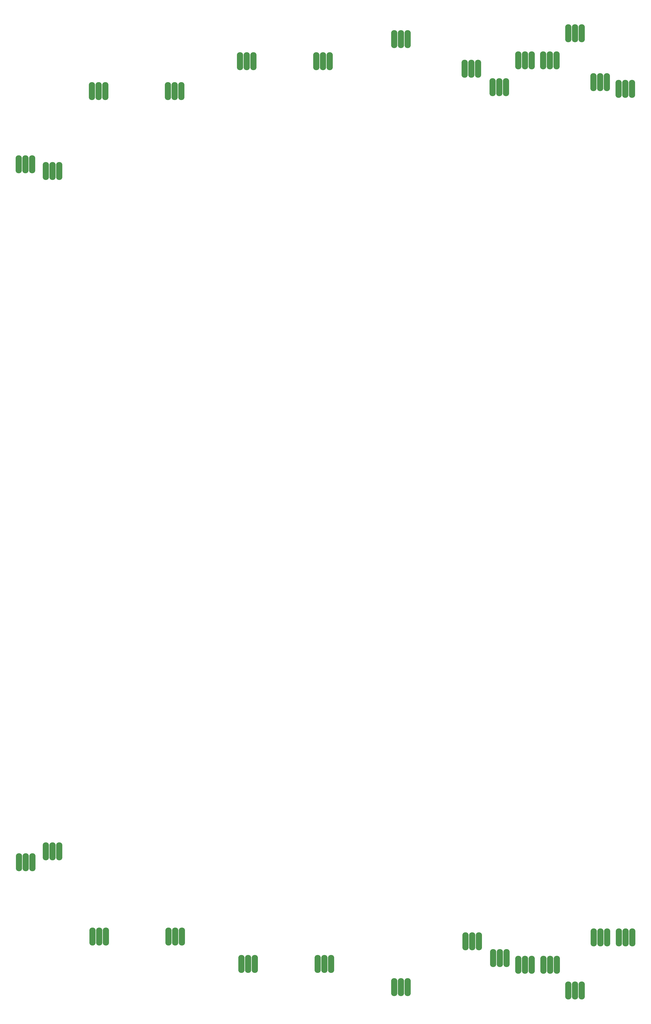
<source format=gbr>
G04 #@! TF.GenerationSoftware,KiCad,Pcbnew,(5.0.0-3-g5ebb6b6)*
G04 #@! TF.CreationDate,2019-02-23T00:38:08-08:00*
G04 #@! TF.ProjectId,PanelNoSeparation,50616E656C4E6F53657061726174696F,rev?*
G04 #@! TF.SameCoordinates,Original*
G04 #@! TF.FileFunction,Soldermask,Bot*
G04 #@! TF.FilePolarity,Negative*
%FSLAX45Y45*%
G04 Gerber Fmt 4.5, Leading zero omitted, Abs format (unit mm)*
G04 Created by KiCad (PCBNEW (5.0.0-3-g5ebb6b6)) date Saturday, February 23, 2019 at 12:38:08 AM*
%MOMM*%
%LPD*%
G01*
G04 APERTURE LIST*
%ADD10O,1.924000X5.480000*%
G04 APERTURE END LIST*
D10*
G04 #@! TO.C,J1*
X23220030Y-32828200D03*
X23016830Y-32828200D03*
X22813630Y-32828200D03*
G04 #@! TD*
G04 #@! TO.C,J2*
X23220030Y-3821400D03*
X23016830Y-3821400D03*
X22813630Y-3821400D03*
G04 #@! TD*
G04 #@! TO.C,J2*
X10682278Y-5572556D03*
X10885478Y-5572556D03*
X11088678Y-5572556D03*
G04 #@! TD*
G04 #@! TO.C,J1*
X10697518Y-31189980D03*
X10900718Y-31189980D03*
X11103918Y-31189980D03*
G04 #@! TD*
G04 #@! TO.C,J2*
X15177180Y-4668050D03*
X15380380Y-4668050D03*
X15583580Y-4668050D03*
G04 #@! TD*
G04 #@! TO.C,J1*
X15220106Y-32022580D03*
X15423306Y-32022580D03*
X15626506Y-32022580D03*
G04 #@! TD*
G04 #@! TO.C,J2*
X22053018Y-4638586D03*
X22256218Y-4638586D03*
X22459418Y-4638586D03*
G04 #@! TD*
G04 #@! TO.C,J1*
X22057082Y-32043408D03*
X22260282Y-32043408D03*
X22463482Y-32043408D03*
G04 #@! TD*
G04 #@! TO.C,J2*
X24336084Y-5499194D03*
X24539284Y-5499194D03*
X24742484Y-5499194D03*
G04 #@! TD*
G04 #@! TO.C,J1*
X24342942Y-31214408D03*
X24546142Y-31214408D03*
X24749342Y-31214408D03*
G04 #@! TD*
G04 #@! TO.C,J2*
X8781578Y-5572656D03*
X8578378Y-5572656D03*
X8375178Y-5572656D03*
G04 #@! TD*
G04 #@! TO.C,J1*
X23987442Y-31214408D03*
X23784242Y-31214408D03*
X23581042Y-31214408D03*
G04 #@! TD*
G04 #@! TO.C,J2*
X23980584Y-5299194D03*
X23777384Y-5299194D03*
X23574184Y-5299194D03*
G04 #@! TD*
G04 #@! TO.C,J1*
X13308806Y-32022580D03*
X13105606Y-32022580D03*
X12902406Y-32022580D03*
G04 #@! TD*
G04 #@! TO.C,J2*
X13265880Y-4668050D03*
X13062680Y-4668050D03*
X12859480Y-4668050D03*
G04 #@! TD*
G04 #@! TO.C,J1*
X21704982Y-32046908D03*
X21501782Y-32046908D03*
X21298582Y-32046908D03*
G04 #@! TD*
G04 #@! TO.C,J2*
X21700918Y-4642086D03*
X21497718Y-4642086D03*
X21294518Y-4642086D03*
G04 #@! TD*
G04 #@! TO.C,J1*
X17942630Y-32723000D03*
X17739430Y-32723000D03*
X17536230Y-32723000D03*
G04 #@! TD*
G04 #@! TO.C,J2*
X17942630Y-3995600D03*
X17739430Y-3995600D03*
X17536230Y-3995600D03*
G04 #@! TD*
G04 #@! TO.C,J1*
X20103130Y-31330800D03*
X19899930Y-31330800D03*
X19696730Y-31330800D03*
G04 #@! TD*
G04 #@! TO.C,J2*
X20077730Y-4889400D03*
X19874530Y-4889400D03*
X19671330Y-4889400D03*
G04 #@! TD*
G04 #@! TO.C,J1*
X20938608Y-31845546D03*
X20735408Y-31845546D03*
X20532208Y-31845546D03*
G04 #@! TD*
G04 #@! TO.C,J2*
X20924130Y-5455200D03*
X20720930Y-5455200D03*
X20517730Y-5455200D03*
G04 #@! TD*
G04 #@! TO.C,J2*
X7388170Y-7991360D03*
X7184970Y-7991360D03*
X6981770Y-7991360D03*
G04 #@! TD*
G04 #@! TO.C,J1*
X7385370Y-28606000D03*
X7182170Y-28606000D03*
X6978970Y-28606000D03*
G04 #@! TD*
G04 #@! TO.C,J1*
X8796818Y-31190080D03*
X8593618Y-31190080D03*
X8390418Y-31190080D03*
G04 #@! TD*
G04 #@! TO.C,J2*
X6562292Y-7787140D03*
X6359092Y-7787140D03*
X6155892Y-7787140D03*
G04 #@! TD*
G04 #@! TO.C,J1*
X6569792Y-28938040D03*
X6366592Y-28938040D03*
X6163392Y-28938040D03*
G04 #@! TD*
M02*

</source>
